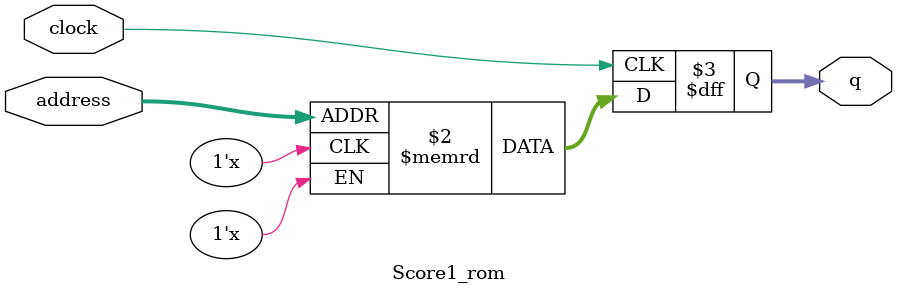
<source format=sv>
module Score1_rom (
	input logic clock,
	input logic [7:0] address,
	output logic [3:0] q
);

logic [3:0] memory [0:255] /* synthesis ram_init_file = "./Score1/Score1.mif" */;

always_ff @ (posedge clock) begin
	q <= memory[address];
end

endmodule

</source>
